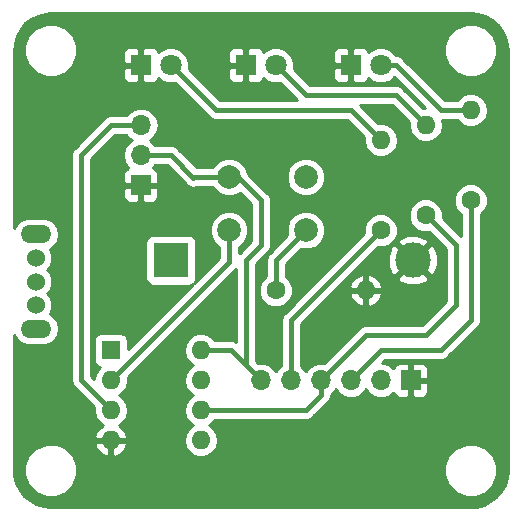
<source format=gbr>
G04 #@! TF.GenerationSoftware,KiCad,Pcbnew,5.0.0-fee4fd1~66~ubuntu18.04.1*
G04 #@! TF.CreationDate,2018-09-29T20:43:11+02:00*
G04 #@! TF.ProjectId,attinyReflexos,617474696E795265666C65786F732E6B,rev?*
G04 #@! TF.SameCoordinates,Original*
G04 #@! TF.FileFunction,Copper,L1,Top,Signal*
G04 #@! TF.FilePolarity,Positive*
%FSLAX46Y46*%
G04 Gerber Fmt 4.6, Leading zero omitted, Abs format (unit mm)*
G04 Created by KiCad (PCBNEW 5.0.0-fee4fd1~66~ubuntu18.04.1) date Sat Sep 29 20:43:11 2018*
%MOMM*%
%LPD*%
G01*
G04 APERTURE LIST*
G04 #@! TA.AperFunction,ComponentPad*
%ADD10C,3.000000*%
G04 #@! TD*
G04 #@! TA.AperFunction,ComponentPad*
%ADD11R,3.000000X3.000000*%
G04 #@! TD*
G04 #@! TA.AperFunction,ComponentPad*
%ADD12C,1.524000*%
G04 #@! TD*
G04 #@! TA.AperFunction,ComponentPad*
%ADD13O,2.600000X1.524000*%
G04 #@! TD*
G04 #@! TA.AperFunction,ComponentPad*
%ADD14R,1.600000X1.600000*%
G04 #@! TD*
G04 #@! TA.AperFunction,ComponentPad*
%ADD15O,1.600000X1.600000*%
G04 #@! TD*
G04 #@! TA.AperFunction,ComponentPad*
%ADD16R,1.700000X1.700000*%
G04 #@! TD*
G04 #@! TA.AperFunction,ComponentPad*
%ADD17O,1.700000X1.700000*%
G04 #@! TD*
G04 #@! TA.AperFunction,ComponentPad*
%ADD18C,1.600000*%
G04 #@! TD*
G04 #@! TA.AperFunction,ComponentPad*
%ADD19C,2.000000*%
G04 #@! TD*
G04 #@! TA.AperFunction,ComponentPad*
%ADD20R,1.800000X1.800000*%
G04 #@! TD*
G04 #@! TA.AperFunction,ComponentPad*
%ADD21C,1.800000*%
G04 #@! TD*
G04 #@! TA.AperFunction,Conductor*
%ADD22C,0.400000*%
G04 #@! TD*
G04 #@! TA.AperFunction,Conductor*
%ADD23C,0.254000*%
G04 #@! TD*
G04 APERTURE END LIST*
D10*
G04 #@! TO.P,BT1,2*
G04 #@! TO.N,GND*
X169080000Y-111760000D03*
D11*
G04 #@! TO.P,BT1,1*
G04 #@! TO.N,Net-(BT1-Pad1)*
X148590000Y-111760000D03*
G04 #@! TD*
D12*
G04 #@! TO.P,SW2,1*
G04 #@! TO.N,VCC*
X137160000Y-115570000D03*
G04 #@! TO.P,SW2,2*
G04 #@! TO.N,Net-(BT1-Pad1)*
X137160000Y-113570000D03*
G04 #@! TO.P,SW2,3*
G04 #@! TO.N,N/C*
X137160000Y-111570000D03*
D13*
G04 #@! TO.P,SW2,4*
X137160000Y-117570000D03*
G04 #@! TO.P,SW2,5*
X137160000Y-109570000D03*
G04 #@! TD*
D14*
G04 #@! TO.P,U1,1*
G04 #@! TO.N,Net-(J1-Pad2)*
X143510000Y-119380000D03*
D15*
G04 #@! TO.P,U1,5*
G04 #@! TO.N,Net-(J1-Pad3)*
X151130000Y-127000000D03*
G04 #@! TO.P,U1,2*
G04 #@! TO.N,Net-(R1-Pad1)*
X143510000Y-121920000D03*
G04 #@! TO.P,U1,6*
G04 #@! TO.N,Net-(J1-Pad4)*
X151130000Y-124460000D03*
G04 #@! TO.P,U1,3*
G04 #@! TO.N,Net-(J2-Pad3)*
X143510000Y-124460000D03*
G04 #@! TO.P,U1,7*
G04 #@! TO.N,Net-(J1-Pad5)*
X151130000Y-121920000D03*
G04 #@! TO.P,U1,4*
G04 #@! TO.N,GND*
X143510000Y-127000000D03*
G04 #@! TO.P,U1,8*
G04 #@! TO.N,VCC*
X151130000Y-119380000D03*
G04 #@! TD*
D16*
G04 #@! TO.P,J1,1*
G04 #@! TO.N,GND*
X168910000Y-121920000D03*
D17*
G04 #@! TO.P,J1,2*
G04 #@! TO.N,Net-(J1-Pad2)*
X166370000Y-121920000D03*
G04 #@! TO.P,J1,3*
G04 #@! TO.N,Net-(J1-Pad3)*
X163830000Y-121920000D03*
G04 #@! TO.P,J1,4*
G04 #@! TO.N,Net-(J1-Pad4)*
X161290000Y-121920000D03*
G04 #@! TO.P,J1,5*
G04 #@! TO.N,Net-(J1-Pad5)*
X158750000Y-121920000D03*
G04 #@! TO.P,J1,6*
G04 #@! TO.N,VCC*
X156210000Y-121920000D03*
G04 #@! TD*
D16*
G04 #@! TO.P,J2,1*
G04 #@! TO.N,GND*
X146050000Y-105410000D03*
D17*
G04 #@! TO.P,J2,2*
G04 #@! TO.N,VCC*
X146050000Y-102870000D03*
G04 #@! TO.P,J2,3*
G04 #@! TO.N,Net-(J2-Pad3)*
X146050000Y-100330000D03*
G04 #@! TD*
D18*
G04 #@! TO.P,R1,1*
G04 #@! TO.N,Net-(R1-Pad1)*
X157480000Y-114300000D03*
D15*
G04 #@! TO.P,R1,2*
G04 #@! TO.N,GND*
X165100000Y-114300000D03*
G04 #@! TD*
D18*
G04 #@! TO.P,R2,1*
G04 #@! TO.N,Net-(J1-Pad3)*
X173990000Y-106680000D03*
D15*
G04 #@! TO.P,R2,2*
G04 #@! TO.N,Net-(D1-Pad2)*
X173990000Y-99060000D03*
G04 #@! TD*
D18*
G04 #@! TO.P,R3,1*
G04 #@! TO.N,Net-(J1-Pad4)*
X170180000Y-107950000D03*
D15*
G04 #@! TO.P,R3,2*
G04 #@! TO.N,Net-(D2-Pad2)*
X170180000Y-100330000D03*
G04 #@! TD*
D18*
G04 #@! TO.P,R4,1*
G04 #@! TO.N,Net-(J1-Pad5)*
X166370000Y-109220000D03*
D15*
G04 #@! TO.P,R4,2*
G04 #@! TO.N,Net-(D3-Pad2)*
X166370000Y-101600000D03*
G04 #@! TD*
D19*
G04 #@! TO.P,SW1,2*
G04 #@! TO.N,VCC*
X160020000Y-104720000D03*
G04 #@! TO.P,SW1,1*
G04 #@! TO.N,Net-(R1-Pad1)*
X160020000Y-109220000D03*
G04 #@! TO.P,SW1,2*
G04 #@! TO.N,VCC*
X153520000Y-104720000D03*
G04 #@! TO.P,SW1,1*
G04 #@! TO.N,Net-(R1-Pad1)*
X153520000Y-109220000D03*
G04 #@! TD*
D20*
G04 #@! TO.P,D1,1*
G04 #@! TO.N,GND*
X163830000Y-95250000D03*
D21*
G04 #@! TO.P,D1,2*
G04 #@! TO.N,Net-(D1-Pad2)*
X166370000Y-95250000D03*
G04 #@! TD*
D20*
G04 #@! TO.P,D2,1*
G04 #@! TO.N,GND*
X154940000Y-95250000D03*
D21*
G04 #@! TO.P,D2,2*
G04 #@! TO.N,Net-(D2-Pad2)*
X157480000Y-95250000D03*
G04 #@! TD*
D20*
G04 #@! TO.P,D3,1*
G04 #@! TO.N,GND*
X146050000Y-95250000D03*
D21*
G04 #@! TO.P,D3,2*
G04 #@! TO.N,Net-(D3-Pad2)*
X148590000Y-95250000D03*
G04 #@! TD*
D22*
G04 #@! TO.N,VCC*
X153520000Y-104720000D02*
X150495000Y-104720000D01*
X156210000Y-106680000D02*
X154250000Y-104720000D01*
X156210000Y-110490000D02*
X156210000Y-106680000D01*
X154940000Y-111760000D02*
X156210000Y-110490000D01*
X154250000Y-104720000D02*
X153520000Y-104720000D01*
X154940000Y-120650000D02*
X154940000Y-111760000D01*
X150495000Y-104720000D02*
X150550000Y-104720000D01*
X150495000Y-104775000D02*
X150495000Y-104720000D01*
X156210000Y-121920000D02*
X154940000Y-120650000D01*
X148590000Y-102870000D02*
X150495000Y-104775000D01*
X146050000Y-102870000D02*
X148590000Y-102870000D01*
X153670000Y-119380000D02*
X154940000Y-120650000D01*
X153670000Y-119380000D02*
X151130000Y-119380000D01*
G04 #@! TO.N,Net-(D1-Pad2)*
X173990000Y-99060000D02*
X171450000Y-99060000D01*
X171450000Y-99060000D02*
X167640000Y-95250000D01*
X167640000Y-95250000D02*
X166370000Y-95250000D01*
G04 #@! TO.N,Net-(D2-Pad2)*
X170180000Y-100330000D02*
X167640000Y-97790000D01*
X160020000Y-97790000D02*
X157480000Y-95250000D01*
X167640000Y-97790000D02*
X160020000Y-97790000D01*
G04 #@! TO.N,Net-(D3-Pad2)*
X166370000Y-101600000D02*
X163830000Y-99060000D01*
X152400000Y-99060000D02*
X148590000Y-95250000D01*
X163830000Y-99060000D02*
X152400000Y-99060000D01*
G04 #@! TO.N,Net-(J1-Pad3)*
X163830000Y-121920000D02*
X166370000Y-119380000D01*
X166370000Y-119380000D02*
X171450000Y-119380000D01*
X171450000Y-119380000D02*
X173990000Y-116840000D01*
X173990000Y-116840000D02*
X173990000Y-106680000D01*
G04 #@! TO.N,Net-(J1-Pad4)*
X161290000Y-121920000D02*
X165100000Y-118110000D01*
X172720000Y-110490000D02*
X170180000Y-107950000D01*
X172720000Y-115570000D02*
X172720000Y-110490000D01*
X170180000Y-118110000D02*
X172720000Y-115570000D01*
X165100000Y-118110000D02*
X170180000Y-118110000D01*
X161290000Y-121920000D02*
X161290000Y-123190000D01*
X161290000Y-123190000D02*
X160020000Y-124460000D01*
X160020000Y-124460000D02*
X151130000Y-124460000D01*
G04 #@! TO.N,Net-(J1-Pad5)*
X158750000Y-121920000D02*
X158750000Y-116840000D01*
X158750000Y-116840000D02*
X166370000Y-109220000D01*
G04 #@! TO.N,Net-(R1-Pad1)*
X157480000Y-114300000D02*
X157480000Y-111760000D01*
X157480000Y-111760000D02*
X160020000Y-109220000D01*
X153520000Y-111910000D02*
X143510000Y-121920000D01*
X153520000Y-109220000D02*
X153520000Y-111910000D01*
G04 #@! TO.N,Net-(J2-Pad3)*
X146050000Y-100330000D02*
X143510000Y-100330000D01*
X143510000Y-100330000D02*
X140970000Y-102870000D01*
X140970000Y-121920000D02*
X143510000Y-124460000D01*
X140970000Y-102870000D02*
X140970000Y-121920000D01*
G04 #@! TD*
D23*
G04 #@! TO.N,GND*
G36*
X174617657Y-90922279D02*
X175219683Y-91110943D01*
X175771470Y-91416804D01*
X176250486Y-91827371D01*
X176637159Y-92325868D01*
X176915702Y-92891940D01*
X177076859Y-93510634D01*
X177115001Y-94006327D01*
X177115000Y-129505303D01*
X177047721Y-130167657D01*
X176859057Y-130769683D01*
X176553197Y-131321468D01*
X176142632Y-131800483D01*
X175644132Y-132187160D01*
X175078059Y-132465702D01*
X174459367Y-132626859D01*
X173963686Y-132665000D01*
X138464697Y-132665000D01*
X137802343Y-132597721D01*
X137200317Y-132409057D01*
X136648532Y-132103197D01*
X136169517Y-131692632D01*
X135782840Y-131194132D01*
X135504298Y-130628059D01*
X135343141Y-130009367D01*
X135305000Y-129513686D01*
X135305000Y-129095431D01*
X136195000Y-129095431D01*
X136195000Y-129984569D01*
X136535259Y-130806026D01*
X137163974Y-131434741D01*
X137985431Y-131775000D01*
X138874569Y-131775000D01*
X139696026Y-131434741D01*
X140324741Y-130806026D01*
X140665000Y-129984569D01*
X140665000Y-129095431D01*
X171755000Y-129095431D01*
X171755000Y-129984569D01*
X172095259Y-130806026D01*
X172723974Y-131434741D01*
X173545431Y-131775000D01*
X174434569Y-131775000D01*
X175256026Y-131434741D01*
X175884741Y-130806026D01*
X176225000Y-129984569D01*
X176225000Y-129095431D01*
X175884741Y-128273974D01*
X175256026Y-127645259D01*
X174434569Y-127305000D01*
X173545431Y-127305000D01*
X172723974Y-127645259D01*
X172095259Y-128273974D01*
X171755000Y-129095431D01*
X140665000Y-129095431D01*
X140324741Y-128273974D01*
X139696026Y-127645259D01*
X138980889Y-127349039D01*
X142118096Y-127349039D01*
X142278959Y-127737423D01*
X142654866Y-128152389D01*
X143160959Y-128391914D01*
X143383000Y-128270629D01*
X143383000Y-127127000D01*
X143637000Y-127127000D01*
X143637000Y-128270629D01*
X143859041Y-128391914D01*
X144365134Y-128152389D01*
X144741041Y-127737423D01*
X144901904Y-127349039D01*
X144779915Y-127127000D01*
X143637000Y-127127000D01*
X143383000Y-127127000D01*
X142240085Y-127127000D01*
X142118096Y-127349039D01*
X138980889Y-127349039D01*
X138874569Y-127305000D01*
X137985431Y-127305000D01*
X137163974Y-127645259D01*
X136535259Y-128273974D01*
X136195000Y-129095431D01*
X135305000Y-129095431D01*
X135305000Y-118109773D01*
X135306056Y-118115082D01*
X135614820Y-118577180D01*
X136076918Y-118885944D01*
X136484412Y-118967000D01*
X137835588Y-118967000D01*
X138243082Y-118885944D01*
X138705180Y-118577180D01*
X139013944Y-118115082D01*
X139122368Y-117570000D01*
X139013944Y-117024918D01*
X138705180Y-116562820D01*
X138357179Y-116330293D01*
X138557000Y-115847881D01*
X138557000Y-115292119D01*
X138344320Y-114778663D01*
X138135657Y-114570000D01*
X138344320Y-114361337D01*
X138557000Y-113847881D01*
X138557000Y-113292119D01*
X138344320Y-112778663D01*
X138135657Y-112570000D01*
X138344320Y-112361337D01*
X138557000Y-111847881D01*
X138557000Y-111292119D01*
X138357179Y-110809707D01*
X138705180Y-110577180D01*
X139013944Y-110115082D01*
X139122368Y-109570000D01*
X139013944Y-109024918D01*
X138705180Y-108562820D01*
X138243082Y-108254056D01*
X137835588Y-108173000D01*
X136484412Y-108173000D01*
X136076918Y-108254056D01*
X135614820Y-108562820D01*
X135306056Y-109024918D01*
X135305000Y-109030227D01*
X135305000Y-102870000D01*
X140118643Y-102870000D01*
X140135000Y-102952233D01*
X140135001Y-121837762D01*
X140118643Y-121920000D01*
X140183448Y-122245800D01*
X140183449Y-122245801D01*
X140368000Y-122522001D01*
X140437718Y-122568585D01*
X142093714Y-124224583D01*
X142046887Y-124460000D01*
X142158260Y-125019909D01*
X142475423Y-125494577D01*
X142859108Y-125750947D01*
X142654866Y-125847611D01*
X142278959Y-126262577D01*
X142118096Y-126650961D01*
X142240085Y-126873000D01*
X143383000Y-126873000D01*
X143383000Y-126853000D01*
X143637000Y-126853000D01*
X143637000Y-126873000D01*
X144779915Y-126873000D01*
X144901904Y-126650961D01*
X144741041Y-126262577D01*
X144365134Y-125847611D01*
X144160892Y-125750947D01*
X144544577Y-125494577D01*
X144861740Y-125019909D01*
X144973113Y-124460000D01*
X144861740Y-123900091D01*
X144544577Y-123425423D01*
X144192242Y-123190000D01*
X144544577Y-122954577D01*
X144861740Y-122479909D01*
X144973113Y-121920000D01*
X144926285Y-121684582D01*
X154052283Y-112558585D01*
X154105001Y-112523360D01*
X154105000Y-118666413D01*
X153995801Y-118593448D01*
X153752237Y-118545000D01*
X153752233Y-118545000D01*
X153670000Y-118528643D01*
X153587767Y-118545000D01*
X152297930Y-118545000D01*
X152164577Y-118345423D01*
X151689909Y-118028260D01*
X151271333Y-117945000D01*
X150988667Y-117945000D01*
X150570091Y-118028260D01*
X150095423Y-118345423D01*
X149778260Y-118820091D01*
X149666887Y-119380000D01*
X149778260Y-119939909D01*
X150095423Y-120414577D01*
X150447758Y-120650000D01*
X150095423Y-120885423D01*
X149778260Y-121360091D01*
X149666887Y-121920000D01*
X149778260Y-122479909D01*
X150095423Y-122954577D01*
X150447758Y-123190000D01*
X150095423Y-123425423D01*
X149778260Y-123900091D01*
X149666887Y-124460000D01*
X149778260Y-125019909D01*
X150095423Y-125494577D01*
X150447758Y-125730000D01*
X150095423Y-125965423D01*
X149778260Y-126440091D01*
X149666887Y-127000000D01*
X149778260Y-127559909D01*
X150095423Y-128034577D01*
X150570091Y-128351740D01*
X150988667Y-128435000D01*
X151271333Y-128435000D01*
X151689909Y-128351740D01*
X152164577Y-128034577D01*
X152481740Y-127559909D01*
X152593113Y-127000000D01*
X152481740Y-126440091D01*
X152164577Y-125965423D01*
X151812242Y-125730000D01*
X152164577Y-125494577D01*
X152297930Y-125295000D01*
X159937767Y-125295000D01*
X160020000Y-125311357D01*
X160102233Y-125295000D01*
X160102237Y-125295000D01*
X160345801Y-125246552D01*
X160622001Y-125062001D01*
X160668587Y-124992280D01*
X161822282Y-123838585D01*
X161892001Y-123792001D01*
X162076552Y-123515801D01*
X162125000Y-123272237D01*
X162125000Y-123272234D01*
X162141357Y-123190001D01*
X162132075Y-123143337D01*
X162360625Y-122990625D01*
X162560000Y-122692239D01*
X162759375Y-122990625D01*
X163250582Y-123318839D01*
X163683744Y-123405000D01*
X163976256Y-123405000D01*
X164409418Y-123318839D01*
X164900625Y-122990625D01*
X165100000Y-122692239D01*
X165299375Y-122990625D01*
X165790582Y-123318839D01*
X166223744Y-123405000D01*
X166516256Y-123405000D01*
X166949418Y-123318839D01*
X167440625Y-122990625D01*
X167455096Y-122968967D01*
X167521673Y-123129698D01*
X167700301Y-123308327D01*
X167933690Y-123405000D01*
X168624250Y-123405000D01*
X168783000Y-123246250D01*
X168783000Y-122047000D01*
X169037000Y-122047000D01*
X169037000Y-123246250D01*
X169195750Y-123405000D01*
X169886310Y-123405000D01*
X170119699Y-123308327D01*
X170298327Y-123129698D01*
X170395000Y-122896309D01*
X170395000Y-122205750D01*
X170236250Y-122047000D01*
X169037000Y-122047000D01*
X168783000Y-122047000D01*
X168763000Y-122047000D01*
X168763000Y-121793000D01*
X168783000Y-121793000D01*
X168783000Y-120593750D01*
X169037000Y-120593750D01*
X169037000Y-121793000D01*
X170236250Y-121793000D01*
X170395000Y-121634250D01*
X170395000Y-120943691D01*
X170298327Y-120710302D01*
X170119699Y-120531673D01*
X169886310Y-120435000D01*
X169195750Y-120435000D01*
X169037000Y-120593750D01*
X168783000Y-120593750D01*
X168624250Y-120435000D01*
X167933690Y-120435000D01*
X167700301Y-120531673D01*
X167521673Y-120710302D01*
X167455096Y-120871033D01*
X167440625Y-120849375D01*
X166949418Y-120521161D01*
X166516256Y-120435000D01*
X166495869Y-120435000D01*
X166715869Y-120215000D01*
X171367767Y-120215000D01*
X171450000Y-120231357D01*
X171532233Y-120215000D01*
X171532237Y-120215000D01*
X171775801Y-120166552D01*
X172052001Y-119982001D01*
X172098587Y-119912280D01*
X174522286Y-117488583D01*
X174592001Y-117442001D01*
X174776552Y-117165801D01*
X174825000Y-116922237D01*
X174825000Y-116922234D01*
X174841357Y-116840001D01*
X174825000Y-116757768D01*
X174825000Y-107874396D01*
X175206534Y-107492862D01*
X175425000Y-106965439D01*
X175425000Y-106394561D01*
X175206534Y-105867138D01*
X174802862Y-105463466D01*
X174275439Y-105245000D01*
X173704561Y-105245000D01*
X173177138Y-105463466D01*
X172773466Y-105867138D01*
X172555000Y-106394561D01*
X172555000Y-106965439D01*
X172773466Y-107492862D01*
X173155001Y-107874397D01*
X173155001Y-109744132D01*
X171615000Y-108204132D01*
X171615000Y-107664561D01*
X171396534Y-107137138D01*
X170992862Y-106733466D01*
X170465439Y-106515000D01*
X169894561Y-106515000D01*
X169367138Y-106733466D01*
X168963466Y-107137138D01*
X168745000Y-107664561D01*
X168745000Y-108235439D01*
X168963466Y-108762862D01*
X169367138Y-109166534D01*
X169894561Y-109385000D01*
X170434132Y-109385000D01*
X171885001Y-110835870D01*
X171885000Y-115224131D01*
X169834133Y-117275000D01*
X165182237Y-117275000D01*
X165100000Y-117258642D01*
X165017763Y-117275000D01*
X164774199Y-117323448D01*
X164497999Y-117507999D01*
X164451415Y-117577717D01*
X161567939Y-120461193D01*
X161436256Y-120435000D01*
X161143744Y-120435000D01*
X160710582Y-120521161D01*
X160219375Y-120849375D01*
X160020000Y-121147761D01*
X159820625Y-120849375D01*
X159585000Y-120691935D01*
X159585000Y-117185867D01*
X162121828Y-114649039D01*
X163708096Y-114649039D01*
X163868959Y-115037423D01*
X164244866Y-115452389D01*
X164750959Y-115691914D01*
X164973000Y-115570629D01*
X164973000Y-114427000D01*
X165227000Y-114427000D01*
X165227000Y-115570629D01*
X165449041Y-115691914D01*
X165955134Y-115452389D01*
X166331041Y-115037423D01*
X166491904Y-114649039D01*
X166369915Y-114427000D01*
X165227000Y-114427000D01*
X164973000Y-114427000D01*
X163830085Y-114427000D01*
X163708096Y-114649039D01*
X162121828Y-114649039D01*
X162819906Y-113950961D01*
X163708096Y-113950961D01*
X163830085Y-114173000D01*
X164973000Y-114173000D01*
X164973000Y-113029371D01*
X165227000Y-113029371D01*
X165227000Y-114173000D01*
X166369915Y-114173000D01*
X166491904Y-113950961D01*
X166331041Y-113562577D01*
X166069600Y-113273970D01*
X167745635Y-113273970D01*
X167905418Y-113592739D01*
X168696187Y-113902723D01*
X169545387Y-113886497D01*
X170254582Y-113592739D01*
X170414365Y-113273970D01*
X169080000Y-111939605D01*
X167745635Y-113273970D01*
X166069600Y-113273970D01*
X165955134Y-113147611D01*
X165449041Y-112908086D01*
X165227000Y-113029371D01*
X164973000Y-113029371D01*
X164750959Y-112908086D01*
X164244866Y-113147611D01*
X163868959Y-113562577D01*
X163708096Y-113950961D01*
X162819906Y-113950961D01*
X165394681Y-111376187D01*
X166937277Y-111376187D01*
X166953503Y-112225387D01*
X167247261Y-112934582D01*
X167566030Y-113094365D01*
X168900395Y-111760000D01*
X169259605Y-111760000D01*
X170593970Y-113094365D01*
X170912739Y-112934582D01*
X171222723Y-112143813D01*
X171206497Y-111294613D01*
X170912739Y-110585418D01*
X170593970Y-110425635D01*
X169259605Y-111760000D01*
X168900395Y-111760000D01*
X167566030Y-110425635D01*
X167247261Y-110585418D01*
X166937277Y-111376187D01*
X165394681Y-111376187D01*
X166115869Y-110655000D01*
X166655439Y-110655000D01*
X167182862Y-110436534D01*
X167373366Y-110246030D01*
X167745635Y-110246030D01*
X169080000Y-111580395D01*
X170414365Y-110246030D01*
X170254582Y-109927261D01*
X169463813Y-109617277D01*
X168614613Y-109633503D01*
X167905418Y-109927261D01*
X167745635Y-110246030D01*
X167373366Y-110246030D01*
X167586534Y-110032862D01*
X167805000Y-109505439D01*
X167805000Y-108934561D01*
X167586534Y-108407138D01*
X167182862Y-108003466D01*
X166655439Y-107785000D01*
X166084561Y-107785000D01*
X165557138Y-108003466D01*
X165153466Y-108407138D01*
X164935000Y-108934561D01*
X164935000Y-109474131D01*
X158217718Y-116191415D01*
X158148000Y-116237999D01*
X158101416Y-116307717D01*
X157963448Y-116514200D01*
X157898643Y-116840000D01*
X157915001Y-116922236D01*
X157915000Y-120691935D01*
X157679375Y-120849375D01*
X157480000Y-121147761D01*
X157280625Y-120849375D01*
X156789418Y-120521161D01*
X156356256Y-120435000D01*
X156063744Y-120435000D01*
X155932061Y-120461193D01*
X155775000Y-120304133D01*
X155775000Y-114014561D01*
X156045000Y-114014561D01*
X156045000Y-114585439D01*
X156263466Y-115112862D01*
X156667138Y-115516534D01*
X157194561Y-115735000D01*
X157765439Y-115735000D01*
X158292862Y-115516534D01*
X158696534Y-115112862D01*
X158915000Y-114585439D01*
X158915000Y-114014561D01*
X158696534Y-113487138D01*
X158315000Y-113105604D01*
X158315000Y-112105867D01*
X159603625Y-110817243D01*
X159694778Y-110855000D01*
X160345222Y-110855000D01*
X160946153Y-110606086D01*
X161406086Y-110146153D01*
X161655000Y-109545222D01*
X161655000Y-108894778D01*
X161406086Y-108293847D01*
X160946153Y-107833914D01*
X160345222Y-107585000D01*
X159694778Y-107585000D01*
X159093847Y-107833914D01*
X158633914Y-108293847D01*
X158385000Y-108894778D01*
X158385000Y-109545222D01*
X158422757Y-109636375D01*
X156947718Y-111111415D01*
X156878000Y-111157999D01*
X156831416Y-111227717D01*
X156693448Y-111434200D01*
X156628643Y-111760000D01*
X156645001Y-111842238D01*
X156645000Y-113105604D01*
X156263466Y-113487138D01*
X156045000Y-114014561D01*
X155775000Y-114014561D01*
X155775000Y-112105867D01*
X156742284Y-111138584D01*
X156812001Y-111092001D01*
X156996552Y-110815801D01*
X157045000Y-110572237D01*
X157045000Y-110572234D01*
X157061357Y-110490001D01*
X157045000Y-110407768D01*
X157045000Y-106762237D01*
X157061358Y-106680000D01*
X157028537Y-106515000D01*
X156996552Y-106354199D01*
X156812001Y-106077999D01*
X156742283Y-106031415D01*
X155155000Y-104444133D01*
X155155000Y-104394778D01*
X158385000Y-104394778D01*
X158385000Y-105045222D01*
X158633914Y-105646153D01*
X159093847Y-106106086D01*
X159694778Y-106355000D01*
X160345222Y-106355000D01*
X160946153Y-106106086D01*
X161406086Y-105646153D01*
X161655000Y-105045222D01*
X161655000Y-104394778D01*
X161406086Y-103793847D01*
X160946153Y-103333914D01*
X160345222Y-103085000D01*
X159694778Y-103085000D01*
X159093847Y-103333914D01*
X158633914Y-103793847D01*
X158385000Y-104394778D01*
X155155000Y-104394778D01*
X154906086Y-103793847D01*
X154446153Y-103333914D01*
X153845222Y-103085000D01*
X153194778Y-103085000D01*
X152593847Y-103333914D01*
X152133914Y-103793847D01*
X152096157Y-103885000D01*
X150785868Y-103885000D01*
X149238587Y-102337720D01*
X149192001Y-102267999D01*
X148915801Y-102083448D01*
X148672237Y-102035000D01*
X148672233Y-102035000D01*
X148590000Y-102018643D01*
X148507767Y-102035000D01*
X147278065Y-102035000D01*
X147120625Y-101799375D01*
X146822239Y-101600000D01*
X147120625Y-101400625D01*
X147448839Y-100909418D01*
X147564092Y-100330000D01*
X147448839Y-99750582D01*
X147120625Y-99259375D01*
X146629418Y-98931161D01*
X146196256Y-98845000D01*
X145903744Y-98845000D01*
X145470582Y-98931161D01*
X144979375Y-99259375D01*
X144821935Y-99495000D01*
X143592232Y-99495000D01*
X143509999Y-99478643D01*
X143427766Y-99495000D01*
X143427763Y-99495000D01*
X143184199Y-99543448D01*
X142907999Y-99727999D01*
X142861417Y-99797715D01*
X140437720Y-102221413D01*
X140367999Y-102267999D01*
X140183448Y-102544200D01*
X140135000Y-102787764D01*
X140135000Y-102787767D01*
X140118643Y-102870000D01*
X135305000Y-102870000D01*
X135305000Y-94014697D01*
X135353681Y-93535431D01*
X136195000Y-93535431D01*
X136195000Y-94424569D01*
X136535259Y-95246026D01*
X137163974Y-95874741D01*
X137985431Y-96215000D01*
X138874569Y-96215000D01*
X139696026Y-95874741D01*
X140035017Y-95535750D01*
X144515000Y-95535750D01*
X144515000Y-96276310D01*
X144611673Y-96509699D01*
X144790302Y-96688327D01*
X145023691Y-96785000D01*
X145764250Y-96785000D01*
X145923000Y-96626250D01*
X145923000Y-95377000D01*
X144673750Y-95377000D01*
X144515000Y-95535750D01*
X140035017Y-95535750D01*
X140324741Y-95246026D01*
X140665000Y-94424569D01*
X140665000Y-94223690D01*
X144515000Y-94223690D01*
X144515000Y-94964250D01*
X144673750Y-95123000D01*
X145923000Y-95123000D01*
X145923000Y-93873750D01*
X146177000Y-93873750D01*
X146177000Y-95123000D01*
X146197000Y-95123000D01*
X146197000Y-95377000D01*
X146177000Y-95377000D01*
X146177000Y-96626250D01*
X146335750Y-96785000D01*
X147076309Y-96785000D01*
X147309698Y-96688327D01*
X147488327Y-96509699D01*
X147544139Y-96374956D01*
X147720493Y-96551310D01*
X148284670Y-96785000D01*
X148895330Y-96785000D01*
X148929839Y-96770706D01*
X151751415Y-99592283D01*
X151797999Y-99662001D01*
X152074199Y-99846552D01*
X152317763Y-99895000D01*
X152400000Y-99911358D01*
X152482237Y-99895000D01*
X163484133Y-99895000D01*
X164953714Y-101364583D01*
X164906887Y-101600000D01*
X165018260Y-102159909D01*
X165335423Y-102634577D01*
X165810091Y-102951740D01*
X166228667Y-103035000D01*
X166511333Y-103035000D01*
X166929909Y-102951740D01*
X167404577Y-102634577D01*
X167721740Y-102159909D01*
X167833113Y-101600000D01*
X167721740Y-101040091D01*
X167404577Y-100565423D01*
X166929909Y-100248260D01*
X166511333Y-100165000D01*
X166228667Y-100165000D01*
X166134583Y-100183715D01*
X164575867Y-98625000D01*
X167294133Y-98625000D01*
X168763714Y-100094583D01*
X168716887Y-100330000D01*
X168828260Y-100889909D01*
X169145423Y-101364577D01*
X169620091Y-101681740D01*
X170038667Y-101765000D01*
X170321333Y-101765000D01*
X170739909Y-101681740D01*
X171214577Y-101364577D01*
X171531740Y-100889909D01*
X171643113Y-100330000D01*
X171556586Y-99895000D01*
X172822070Y-99895000D01*
X172955423Y-100094577D01*
X173430091Y-100411740D01*
X173848667Y-100495000D01*
X174131333Y-100495000D01*
X174549909Y-100411740D01*
X175024577Y-100094577D01*
X175341740Y-99619909D01*
X175453113Y-99060000D01*
X175341740Y-98500091D01*
X175024577Y-98025423D01*
X174549909Y-97708260D01*
X174131333Y-97625000D01*
X173848667Y-97625000D01*
X173430091Y-97708260D01*
X172955423Y-98025423D01*
X172822070Y-98225000D01*
X171795868Y-98225000D01*
X168288587Y-94717720D01*
X168242001Y-94647999D01*
X167965801Y-94463448D01*
X167722237Y-94415000D01*
X167722233Y-94415000D01*
X167682314Y-94407060D01*
X167671310Y-94380493D01*
X167239507Y-93948690D01*
X166675330Y-93715000D01*
X166064670Y-93715000D01*
X165500493Y-93948690D01*
X165324139Y-94125044D01*
X165268327Y-93990301D01*
X165089698Y-93811673D01*
X164856309Y-93715000D01*
X164115750Y-93715000D01*
X163957000Y-93873750D01*
X163957000Y-95123000D01*
X163977000Y-95123000D01*
X163977000Y-95377000D01*
X163957000Y-95377000D01*
X163957000Y-96626250D01*
X164115750Y-96785000D01*
X164856309Y-96785000D01*
X165089698Y-96688327D01*
X165268327Y-96509699D01*
X165324139Y-96374956D01*
X165500493Y-96551310D01*
X166064670Y-96785000D01*
X166675330Y-96785000D01*
X167239507Y-96551310D01*
X167499975Y-96290842D01*
X170104132Y-98895000D01*
X170038667Y-98895000D01*
X169944583Y-98913715D01*
X168288587Y-97257720D01*
X168242001Y-97187999D01*
X167965801Y-97003448D01*
X167722237Y-96955000D01*
X167722233Y-96955000D01*
X167640000Y-96938643D01*
X167557767Y-96955000D01*
X160365869Y-96955000D01*
X159000706Y-95589838D01*
X159015000Y-95555330D01*
X159015000Y-95535750D01*
X162295000Y-95535750D01*
X162295000Y-96276310D01*
X162391673Y-96509699D01*
X162570302Y-96688327D01*
X162803691Y-96785000D01*
X163544250Y-96785000D01*
X163703000Y-96626250D01*
X163703000Y-95377000D01*
X162453750Y-95377000D01*
X162295000Y-95535750D01*
X159015000Y-95535750D01*
X159015000Y-94944670D01*
X158781310Y-94380493D01*
X158624507Y-94223690D01*
X162295000Y-94223690D01*
X162295000Y-94964250D01*
X162453750Y-95123000D01*
X163703000Y-95123000D01*
X163703000Y-93873750D01*
X163544250Y-93715000D01*
X162803691Y-93715000D01*
X162570302Y-93811673D01*
X162391673Y-93990301D01*
X162295000Y-94223690D01*
X158624507Y-94223690D01*
X158349507Y-93948690D01*
X157785330Y-93715000D01*
X157174670Y-93715000D01*
X156610493Y-93948690D01*
X156434139Y-94125044D01*
X156378327Y-93990301D01*
X156199698Y-93811673D01*
X155966309Y-93715000D01*
X155225750Y-93715000D01*
X155067000Y-93873750D01*
X155067000Y-95123000D01*
X155087000Y-95123000D01*
X155087000Y-95377000D01*
X155067000Y-95377000D01*
X155067000Y-96626250D01*
X155225750Y-96785000D01*
X155966309Y-96785000D01*
X156199698Y-96688327D01*
X156378327Y-96509699D01*
X156434139Y-96374956D01*
X156610493Y-96551310D01*
X157174670Y-96785000D01*
X157785330Y-96785000D01*
X157819838Y-96770706D01*
X159274131Y-98225000D01*
X152745868Y-98225000D01*
X150110706Y-95589839D01*
X150125000Y-95555330D01*
X150125000Y-95535750D01*
X153405000Y-95535750D01*
X153405000Y-96276310D01*
X153501673Y-96509699D01*
X153680302Y-96688327D01*
X153913691Y-96785000D01*
X154654250Y-96785000D01*
X154813000Y-96626250D01*
X154813000Y-95377000D01*
X153563750Y-95377000D01*
X153405000Y-95535750D01*
X150125000Y-95535750D01*
X150125000Y-94944670D01*
X149891310Y-94380493D01*
X149734507Y-94223690D01*
X153405000Y-94223690D01*
X153405000Y-94964250D01*
X153563750Y-95123000D01*
X154813000Y-95123000D01*
X154813000Y-93873750D01*
X154654250Y-93715000D01*
X153913691Y-93715000D01*
X153680302Y-93811673D01*
X153501673Y-93990301D01*
X153405000Y-94223690D01*
X149734507Y-94223690D01*
X149459507Y-93948690D01*
X148895330Y-93715000D01*
X148284670Y-93715000D01*
X147720493Y-93948690D01*
X147544139Y-94125044D01*
X147488327Y-93990301D01*
X147309698Y-93811673D01*
X147076309Y-93715000D01*
X146335750Y-93715000D01*
X146177000Y-93873750D01*
X145923000Y-93873750D01*
X145764250Y-93715000D01*
X145023691Y-93715000D01*
X144790302Y-93811673D01*
X144611673Y-93990301D01*
X144515000Y-94223690D01*
X140665000Y-94223690D01*
X140665000Y-93535431D01*
X171755000Y-93535431D01*
X171755000Y-94424569D01*
X172095259Y-95246026D01*
X172723974Y-95874741D01*
X173545431Y-96215000D01*
X174434569Y-96215000D01*
X175256026Y-95874741D01*
X175884741Y-95246026D01*
X176225000Y-94424569D01*
X176225000Y-93535431D01*
X175884741Y-92713974D01*
X175256026Y-92085259D01*
X174434569Y-91745000D01*
X173545431Y-91745000D01*
X172723974Y-92085259D01*
X172095259Y-92713974D01*
X171755000Y-93535431D01*
X140665000Y-93535431D01*
X140324741Y-92713974D01*
X139696026Y-92085259D01*
X138874569Y-91745000D01*
X137985431Y-91745000D01*
X137163974Y-92085259D01*
X136535259Y-92713974D01*
X136195000Y-93535431D01*
X135353681Y-93535431D01*
X135372279Y-93352343D01*
X135560943Y-92750317D01*
X135866804Y-92198530D01*
X136277371Y-91719514D01*
X136775868Y-91332841D01*
X137341940Y-91054298D01*
X137960634Y-90893141D01*
X138456314Y-90855000D01*
X173955303Y-90855000D01*
X174617657Y-90922279D01*
X174617657Y-90922279D01*
G37*
X174617657Y-90922279D02*
X175219683Y-91110943D01*
X175771470Y-91416804D01*
X176250486Y-91827371D01*
X176637159Y-92325868D01*
X176915702Y-92891940D01*
X177076859Y-93510634D01*
X177115001Y-94006327D01*
X177115000Y-129505303D01*
X177047721Y-130167657D01*
X176859057Y-130769683D01*
X176553197Y-131321468D01*
X176142632Y-131800483D01*
X175644132Y-132187160D01*
X175078059Y-132465702D01*
X174459367Y-132626859D01*
X173963686Y-132665000D01*
X138464697Y-132665000D01*
X137802343Y-132597721D01*
X137200317Y-132409057D01*
X136648532Y-132103197D01*
X136169517Y-131692632D01*
X135782840Y-131194132D01*
X135504298Y-130628059D01*
X135343141Y-130009367D01*
X135305000Y-129513686D01*
X135305000Y-129095431D01*
X136195000Y-129095431D01*
X136195000Y-129984569D01*
X136535259Y-130806026D01*
X137163974Y-131434741D01*
X137985431Y-131775000D01*
X138874569Y-131775000D01*
X139696026Y-131434741D01*
X140324741Y-130806026D01*
X140665000Y-129984569D01*
X140665000Y-129095431D01*
X171755000Y-129095431D01*
X171755000Y-129984569D01*
X172095259Y-130806026D01*
X172723974Y-131434741D01*
X173545431Y-131775000D01*
X174434569Y-131775000D01*
X175256026Y-131434741D01*
X175884741Y-130806026D01*
X176225000Y-129984569D01*
X176225000Y-129095431D01*
X175884741Y-128273974D01*
X175256026Y-127645259D01*
X174434569Y-127305000D01*
X173545431Y-127305000D01*
X172723974Y-127645259D01*
X172095259Y-128273974D01*
X171755000Y-129095431D01*
X140665000Y-129095431D01*
X140324741Y-128273974D01*
X139696026Y-127645259D01*
X138980889Y-127349039D01*
X142118096Y-127349039D01*
X142278959Y-127737423D01*
X142654866Y-128152389D01*
X143160959Y-128391914D01*
X143383000Y-128270629D01*
X143383000Y-127127000D01*
X143637000Y-127127000D01*
X143637000Y-128270629D01*
X143859041Y-128391914D01*
X144365134Y-128152389D01*
X144741041Y-127737423D01*
X144901904Y-127349039D01*
X144779915Y-127127000D01*
X143637000Y-127127000D01*
X143383000Y-127127000D01*
X142240085Y-127127000D01*
X142118096Y-127349039D01*
X138980889Y-127349039D01*
X138874569Y-127305000D01*
X137985431Y-127305000D01*
X137163974Y-127645259D01*
X136535259Y-128273974D01*
X136195000Y-129095431D01*
X135305000Y-129095431D01*
X135305000Y-118109773D01*
X135306056Y-118115082D01*
X135614820Y-118577180D01*
X136076918Y-118885944D01*
X136484412Y-118967000D01*
X137835588Y-118967000D01*
X138243082Y-118885944D01*
X138705180Y-118577180D01*
X139013944Y-118115082D01*
X139122368Y-117570000D01*
X139013944Y-117024918D01*
X138705180Y-116562820D01*
X138357179Y-116330293D01*
X138557000Y-115847881D01*
X138557000Y-115292119D01*
X138344320Y-114778663D01*
X138135657Y-114570000D01*
X138344320Y-114361337D01*
X138557000Y-113847881D01*
X138557000Y-113292119D01*
X138344320Y-112778663D01*
X138135657Y-112570000D01*
X138344320Y-112361337D01*
X138557000Y-111847881D01*
X138557000Y-111292119D01*
X138357179Y-110809707D01*
X138705180Y-110577180D01*
X139013944Y-110115082D01*
X139122368Y-109570000D01*
X139013944Y-109024918D01*
X138705180Y-108562820D01*
X138243082Y-108254056D01*
X137835588Y-108173000D01*
X136484412Y-108173000D01*
X136076918Y-108254056D01*
X135614820Y-108562820D01*
X135306056Y-109024918D01*
X135305000Y-109030227D01*
X135305000Y-102870000D01*
X140118643Y-102870000D01*
X140135000Y-102952233D01*
X140135001Y-121837762D01*
X140118643Y-121920000D01*
X140183448Y-122245800D01*
X140183449Y-122245801D01*
X140368000Y-122522001D01*
X140437718Y-122568585D01*
X142093714Y-124224583D01*
X142046887Y-124460000D01*
X142158260Y-125019909D01*
X142475423Y-125494577D01*
X142859108Y-125750947D01*
X142654866Y-125847611D01*
X142278959Y-126262577D01*
X142118096Y-126650961D01*
X142240085Y-126873000D01*
X143383000Y-126873000D01*
X143383000Y-126853000D01*
X143637000Y-126853000D01*
X143637000Y-126873000D01*
X144779915Y-126873000D01*
X144901904Y-126650961D01*
X144741041Y-126262577D01*
X144365134Y-125847611D01*
X144160892Y-125750947D01*
X144544577Y-125494577D01*
X144861740Y-125019909D01*
X144973113Y-124460000D01*
X144861740Y-123900091D01*
X144544577Y-123425423D01*
X144192242Y-123190000D01*
X144544577Y-122954577D01*
X144861740Y-122479909D01*
X144973113Y-121920000D01*
X144926285Y-121684582D01*
X154052283Y-112558585D01*
X154105001Y-112523360D01*
X154105000Y-118666413D01*
X153995801Y-118593448D01*
X153752237Y-118545000D01*
X153752233Y-118545000D01*
X153670000Y-118528643D01*
X153587767Y-118545000D01*
X152297930Y-118545000D01*
X152164577Y-118345423D01*
X151689909Y-118028260D01*
X151271333Y-117945000D01*
X150988667Y-117945000D01*
X150570091Y-118028260D01*
X150095423Y-118345423D01*
X149778260Y-118820091D01*
X149666887Y-119380000D01*
X149778260Y-119939909D01*
X150095423Y-120414577D01*
X150447758Y-120650000D01*
X150095423Y-120885423D01*
X149778260Y-121360091D01*
X149666887Y-121920000D01*
X149778260Y-122479909D01*
X150095423Y-122954577D01*
X150447758Y-123190000D01*
X150095423Y-123425423D01*
X149778260Y-123900091D01*
X149666887Y-124460000D01*
X149778260Y-125019909D01*
X150095423Y-125494577D01*
X150447758Y-125730000D01*
X150095423Y-125965423D01*
X149778260Y-126440091D01*
X149666887Y-127000000D01*
X149778260Y-127559909D01*
X150095423Y-128034577D01*
X150570091Y-128351740D01*
X150988667Y-128435000D01*
X151271333Y-128435000D01*
X151689909Y-128351740D01*
X152164577Y-128034577D01*
X152481740Y-127559909D01*
X152593113Y-127000000D01*
X152481740Y-126440091D01*
X152164577Y-125965423D01*
X151812242Y-125730000D01*
X152164577Y-125494577D01*
X152297930Y-125295000D01*
X159937767Y-125295000D01*
X160020000Y-125311357D01*
X160102233Y-125295000D01*
X160102237Y-125295000D01*
X160345801Y-125246552D01*
X160622001Y-125062001D01*
X160668587Y-124992280D01*
X161822282Y-123838585D01*
X161892001Y-123792001D01*
X162076552Y-123515801D01*
X162125000Y-123272237D01*
X162125000Y-123272234D01*
X162141357Y-123190001D01*
X162132075Y-123143337D01*
X162360625Y-122990625D01*
X162560000Y-122692239D01*
X162759375Y-122990625D01*
X163250582Y-123318839D01*
X163683744Y-123405000D01*
X163976256Y-123405000D01*
X164409418Y-123318839D01*
X164900625Y-122990625D01*
X165100000Y-122692239D01*
X165299375Y-122990625D01*
X165790582Y-123318839D01*
X166223744Y-123405000D01*
X166516256Y-123405000D01*
X166949418Y-123318839D01*
X167440625Y-122990625D01*
X167455096Y-122968967D01*
X167521673Y-123129698D01*
X167700301Y-123308327D01*
X167933690Y-123405000D01*
X168624250Y-123405000D01*
X168783000Y-123246250D01*
X168783000Y-122047000D01*
X169037000Y-122047000D01*
X169037000Y-123246250D01*
X169195750Y-123405000D01*
X169886310Y-123405000D01*
X170119699Y-123308327D01*
X170298327Y-123129698D01*
X170395000Y-122896309D01*
X170395000Y-122205750D01*
X170236250Y-122047000D01*
X169037000Y-122047000D01*
X168783000Y-122047000D01*
X168763000Y-122047000D01*
X168763000Y-121793000D01*
X168783000Y-121793000D01*
X168783000Y-120593750D01*
X169037000Y-120593750D01*
X169037000Y-121793000D01*
X170236250Y-121793000D01*
X170395000Y-121634250D01*
X170395000Y-120943691D01*
X170298327Y-120710302D01*
X170119699Y-120531673D01*
X169886310Y-120435000D01*
X169195750Y-120435000D01*
X169037000Y-120593750D01*
X168783000Y-120593750D01*
X168624250Y-120435000D01*
X167933690Y-120435000D01*
X167700301Y-120531673D01*
X167521673Y-120710302D01*
X167455096Y-120871033D01*
X167440625Y-120849375D01*
X166949418Y-120521161D01*
X166516256Y-120435000D01*
X166495869Y-120435000D01*
X166715869Y-120215000D01*
X171367767Y-120215000D01*
X171450000Y-120231357D01*
X171532233Y-120215000D01*
X171532237Y-120215000D01*
X171775801Y-120166552D01*
X172052001Y-119982001D01*
X172098587Y-119912280D01*
X174522286Y-117488583D01*
X174592001Y-117442001D01*
X174776552Y-117165801D01*
X174825000Y-116922237D01*
X174825000Y-116922234D01*
X174841357Y-116840001D01*
X174825000Y-116757768D01*
X174825000Y-107874396D01*
X175206534Y-107492862D01*
X175425000Y-106965439D01*
X175425000Y-106394561D01*
X175206534Y-105867138D01*
X174802862Y-105463466D01*
X174275439Y-105245000D01*
X173704561Y-105245000D01*
X173177138Y-105463466D01*
X172773466Y-105867138D01*
X172555000Y-106394561D01*
X172555000Y-106965439D01*
X172773466Y-107492862D01*
X173155001Y-107874397D01*
X173155001Y-109744132D01*
X171615000Y-108204132D01*
X171615000Y-107664561D01*
X171396534Y-107137138D01*
X170992862Y-106733466D01*
X170465439Y-106515000D01*
X169894561Y-106515000D01*
X169367138Y-106733466D01*
X168963466Y-107137138D01*
X168745000Y-107664561D01*
X168745000Y-108235439D01*
X168963466Y-108762862D01*
X169367138Y-109166534D01*
X169894561Y-109385000D01*
X170434132Y-109385000D01*
X171885001Y-110835870D01*
X171885000Y-115224131D01*
X169834133Y-117275000D01*
X165182237Y-117275000D01*
X165100000Y-117258642D01*
X165017763Y-117275000D01*
X164774199Y-117323448D01*
X164497999Y-117507999D01*
X164451415Y-117577717D01*
X161567939Y-120461193D01*
X161436256Y-120435000D01*
X161143744Y-120435000D01*
X160710582Y-120521161D01*
X160219375Y-120849375D01*
X160020000Y-121147761D01*
X159820625Y-120849375D01*
X159585000Y-120691935D01*
X159585000Y-117185867D01*
X162121828Y-114649039D01*
X163708096Y-114649039D01*
X163868959Y-115037423D01*
X164244866Y-115452389D01*
X164750959Y-115691914D01*
X164973000Y-115570629D01*
X164973000Y-114427000D01*
X165227000Y-114427000D01*
X165227000Y-115570629D01*
X165449041Y-115691914D01*
X165955134Y-115452389D01*
X166331041Y-115037423D01*
X166491904Y-114649039D01*
X166369915Y-114427000D01*
X165227000Y-114427000D01*
X164973000Y-114427000D01*
X163830085Y-114427000D01*
X163708096Y-114649039D01*
X162121828Y-114649039D01*
X162819906Y-113950961D01*
X163708096Y-113950961D01*
X163830085Y-114173000D01*
X164973000Y-114173000D01*
X164973000Y-113029371D01*
X165227000Y-113029371D01*
X165227000Y-114173000D01*
X166369915Y-114173000D01*
X166491904Y-113950961D01*
X166331041Y-113562577D01*
X166069600Y-113273970D01*
X167745635Y-113273970D01*
X167905418Y-113592739D01*
X168696187Y-113902723D01*
X169545387Y-113886497D01*
X170254582Y-113592739D01*
X170414365Y-113273970D01*
X169080000Y-111939605D01*
X167745635Y-113273970D01*
X166069600Y-113273970D01*
X165955134Y-113147611D01*
X165449041Y-112908086D01*
X165227000Y-113029371D01*
X164973000Y-113029371D01*
X164750959Y-112908086D01*
X164244866Y-113147611D01*
X163868959Y-113562577D01*
X163708096Y-113950961D01*
X162819906Y-113950961D01*
X165394681Y-111376187D01*
X166937277Y-111376187D01*
X166953503Y-112225387D01*
X167247261Y-112934582D01*
X167566030Y-113094365D01*
X168900395Y-111760000D01*
X169259605Y-111760000D01*
X170593970Y-113094365D01*
X170912739Y-112934582D01*
X171222723Y-112143813D01*
X171206497Y-111294613D01*
X170912739Y-110585418D01*
X170593970Y-110425635D01*
X169259605Y-111760000D01*
X168900395Y-111760000D01*
X167566030Y-110425635D01*
X167247261Y-110585418D01*
X166937277Y-111376187D01*
X165394681Y-111376187D01*
X166115869Y-110655000D01*
X166655439Y-110655000D01*
X167182862Y-110436534D01*
X167373366Y-110246030D01*
X167745635Y-110246030D01*
X169080000Y-111580395D01*
X170414365Y-110246030D01*
X170254582Y-109927261D01*
X169463813Y-109617277D01*
X168614613Y-109633503D01*
X167905418Y-109927261D01*
X167745635Y-110246030D01*
X167373366Y-110246030D01*
X167586534Y-110032862D01*
X167805000Y-109505439D01*
X167805000Y-108934561D01*
X167586534Y-108407138D01*
X167182862Y-108003466D01*
X166655439Y-107785000D01*
X166084561Y-107785000D01*
X165557138Y-108003466D01*
X165153466Y-108407138D01*
X164935000Y-108934561D01*
X164935000Y-109474131D01*
X158217718Y-116191415D01*
X158148000Y-116237999D01*
X158101416Y-116307717D01*
X157963448Y-116514200D01*
X157898643Y-116840000D01*
X157915001Y-116922236D01*
X157915000Y-120691935D01*
X157679375Y-120849375D01*
X157480000Y-121147761D01*
X157280625Y-120849375D01*
X156789418Y-120521161D01*
X156356256Y-120435000D01*
X156063744Y-120435000D01*
X155932061Y-120461193D01*
X155775000Y-120304133D01*
X155775000Y-114014561D01*
X156045000Y-114014561D01*
X156045000Y-114585439D01*
X156263466Y-115112862D01*
X156667138Y-115516534D01*
X157194561Y-115735000D01*
X157765439Y-115735000D01*
X158292862Y-115516534D01*
X158696534Y-115112862D01*
X158915000Y-114585439D01*
X158915000Y-114014561D01*
X158696534Y-113487138D01*
X158315000Y-113105604D01*
X158315000Y-112105867D01*
X159603625Y-110817243D01*
X159694778Y-110855000D01*
X160345222Y-110855000D01*
X160946153Y-110606086D01*
X161406086Y-110146153D01*
X161655000Y-109545222D01*
X161655000Y-108894778D01*
X161406086Y-108293847D01*
X160946153Y-107833914D01*
X160345222Y-107585000D01*
X159694778Y-107585000D01*
X159093847Y-107833914D01*
X158633914Y-108293847D01*
X158385000Y-108894778D01*
X158385000Y-109545222D01*
X158422757Y-109636375D01*
X156947718Y-111111415D01*
X156878000Y-111157999D01*
X156831416Y-111227717D01*
X156693448Y-111434200D01*
X156628643Y-111760000D01*
X156645001Y-111842238D01*
X156645000Y-113105604D01*
X156263466Y-113487138D01*
X156045000Y-114014561D01*
X155775000Y-114014561D01*
X155775000Y-112105867D01*
X156742284Y-111138584D01*
X156812001Y-111092001D01*
X156996552Y-110815801D01*
X157045000Y-110572237D01*
X157045000Y-110572234D01*
X157061357Y-110490001D01*
X157045000Y-110407768D01*
X157045000Y-106762237D01*
X157061358Y-106680000D01*
X157028537Y-106515000D01*
X156996552Y-106354199D01*
X156812001Y-106077999D01*
X156742283Y-106031415D01*
X155155000Y-104444133D01*
X155155000Y-104394778D01*
X158385000Y-104394778D01*
X158385000Y-105045222D01*
X158633914Y-105646153D01*
X159093847Y-106106086D01*
X159694778Y-106355000D01*
X160345222Y-106355000D01*
X160946153Y-106106086D01*
X161406086Y-105646153D01*
X161655000Y-105045222D01*
X161655000Y-104394778D01*
X161406086Y-103793847D01*
X160946153Y-103333914D01*
X160345222Y-103085000D01*
X159694778Y-103085000D01*
X159093847Y-103333914D01*
X158633914Y-103793847D01*
X158385000Y-104394778D01*
X155155000Y-104394778D01*
X154906086Y-103793847D01*
X154446153Y-103333914D01*
X153845222Y-103085000D01*
X153194778Y-103085000D01*
X152593847Y-103333914D01*
X152133914Y-103793847D01*
X152096157Y-103885000D01*
X150785868Y-103885000D01*
X149238587Y-102337720D01*
X149192001Y-102267999D01*
X148915801Y-102083448D01*
X148672237Y-102035000D01*
X148672233Y-102035000D01*
X148590000Y-102018643D01*
X148507767Y-102035000D01*
X147278065Y-102035000D01*
X147120625Y-101799375D01*
X146822239Y-101600000D01*
X147120625Y-101400625D01*
X147448839Y-100909418D01*
X147564092Y-100330000D01*
X147448839Y-99750582D01*
X147120625Y-99259375D01*
X146629418Y-98931161D01*
X146196256Y-98845000D01*
X145903744Y-98845000D01*
X145470582Y-98931161D01*
X144979375Y-99259375D01*
X144821935Y-99495000D01*
X143592232Y-99495000D01*
X143509999Y-99478643D01*
X143427766Y-99495000D01*
X143427763Y-99495000D01*
X143184199Y-99543448D01*
X142907999Y-99727999D01*
X142861417Y-99797715D01*
X140437720Y-102221413D01*
X140367999Y-102267999D01*
X140183448Y-102544200D01*
X140135000Y-102787764D01*
X140135000Y-102787767D01*
X140118643Y-102870000D01*
X135305000Y-102870000D01*
X135305000Y-94014697D01*
X135353681Y-93535431D01*
X136195000Y-93535431D01*
X136195000Y-94424569D01*
X136535259Y-95246026D01*
X137163974Y-95874741D01*
X137985431Y-96215000D01*
X138874569Y-96215000D01*
X139696026Y-95874741D01*
X140035017Y-95535750D01*
X144515000Y-95535750D01*
X144515000Y-96276310D01*
X144611673Y-96509699D01*
X144790302Y-96688327D01*
X145023691Y-96785000D01*
X145764250Y-96785000D01*
X145923000Y-96626250D01*
X145923000Y-95377000D01*
X144673750Y-95377000D01*
X144515000Y-95535750D01*
X140035017Y-95535750D01*
X140324741Y-95246026D01*
X140665000Y-94424569D01*
X140665000Y-94223690D01*
X144515000Y-94223690D01*
X144515000Y-94964250D01*
X144673750Y-95123000D01*
X145923000Y-95123000D01*
X145923000Y-93873750D01*
X146177000Y-93873750D01*
X146177000Y-95123000D01*
X146197000Y-95123000D01*
X146197000Y-95377000D01*
X146177000Y-95377000D01*
X146177000Y-96626250D01*
X146335750Y-96785000D01*
X147076309Y-96785000D01*
X147309698Y-96688327D01*
X147488327Y-96509699D01*
X147544139Y-96374956D01*
X147720493Y-96551310D01*
X148284670Y-96785000D01*
X148895330Y-96785000D01*
X148929839Y-96770706D01*
X151751415Y-99592283D01*
X151797999Y-99662001D01*
X152074199Y-99846552D01*
X152317763Y-99895000D01*
X152400000Y-99911358D01*
X152482237Y-99895000D01*
X163484133Y-99895000D01*
X164953714Y-101364583D01*
X164906887Y-101600000D01*
X165018260Y-102159909D01*
X165335423Y-102634577D01*
X165810091Y-102951740D01*
X166228667Y-103035000D01*
X166511333Y-103035000D01*
X166929909Y-102951740D01*
X167404577Y-102634577D01*
X167721740Y-102159909D01*
X167833113Y-101600000D01*
X167721740Y-101040091D01*
X167404577Y-100565423D01*
X166929909Y-100248260D01*
X166511333Y-100165000D01*
X166228667Y-100165000D01*
X166134583Y-100183715D01*
X164575867Y-98625000D01*
X167294133Y-98625000D01*
X168763714Y-100094583D01*
X168716887Y-100330000D01*
X168828260Y-100889909D01*
X169145423Y-101364577D01*
X169620091Y-101681740D01*
X170038667Y-101765000D01*
X170321333Y-101765000D01*
X170739909Y-101681740D01*
X171214577Y-101364577D01*
X171531740Y-100889909D01*
X171643113Y-100330000D01*
X171556586Y-99895000D01*
X172822070Y-99895000D01*
X172955423Y-100094577D01*
X173430091Y-100411740D01*
X173848667Y-100495000D01*
X174131333Y-100495000D01*
X174549909Y-100411740D01*
X175024577Y-100094577D01*
X175341740Y-99619909D01*
X175453113Y-99060000D01*
X175341740Y-98500091D01*
X175024577Y-98025423D01*
X174549909Y-97708260D01*
X174131333Y-97625000D01*
X173848667Y-97625000D01*
X173430091Y-97708260D01*
X172955423Y-98025423D01*
X172822070Y-98225000D01*
X171795868Y-98225000D01*
X168288587Y-94717720D01*
X168242001Y-94647999D01*
X167965801Y-94463448D01*
X167722237Y-94415000D01*
X167722233Y-94415000D01*
X167682314Y-94407060D01*
X167671310Y-94380493D01*
X167239507Y-93948690D01*
X166675330Y-93715000D01*
X166064670Y-93715000D01*
X165500493Y-93948690D01*
X165324139Y-94125044D01*
X165268327Y-93990301D01*
X165089698Y-93811673D01*
X164856309Y-93715000D01*
X164115750Y-93715000D01*
X163957000Y-93873750D01*
X163957000Y-95123000D01*
X163977000Y-95123000D01*
X163977000Y-95377000D01*
X163957000Y-95377000D01*
X163957000Y-96626250D01*
X164115750Y-96785000D01*
X164856309Y-96785000D01*
X165089698Y-96688327D01*
X165268327Y-96509699D01*
X165324139Y-96374956D01*
X165500493Y-96551310D01*
X166064670Y-96785000D01*
X166675330Y-96785000D01*
X167239507Y-96551310D01*
X167499975Y-96290842D01*
X170104132Y-98895000D01*
X170038667Y-98895000D01*
X169944583Y-98913715D01*
X168288587Y-97257720D01*
X168242001Y-97187999D01*
X167965801Y-97003448D01*
X167722237Y-96955000D01*
X167722233Y-96955000D01*
X167640000Y-96938643D01*
X167557767Y-96955000D01*
X160365869Y-96955000D01*
X159000706Y-95589838D01*
X159015000Y-95555330D01*
X159015000Y-95535750D01*
X162295000Y-95535750D01*
X162295000Y-96276310D01*
X162391673Y-96509699D01*
X162570302Y-96688327D01*
X162803691Y-96785000D01*
X163544250Y-96785000D01*
X163703000Y-96626250D01*
X163703000Y-95377000D01*
X162453750Y-95377000D01*
X162295000Y-95535750D01*
X159015000Y-95535750D01*
X159015000Y-94944670D01*
X158781310Y-94380493D01*
X158624507Y-94223690D01*
X162295000Y-94223690D01*
X162295000Y-94964250D01*
X162453750Y-95123000D01*
X163703000Y-95123000D01*
X163703000Y-93873750D01*
X163544250Y-93715000D01*
X162803691Y-93715000D01*
X162570302Y-93811673D01*
X162391673Y-93990301D01*
X162295000Y-94223690D01*
X158624507Y-94223690D01*
X158349507Y-93948690D01*
X157785330Y-93715000D01*
X157174670Y-93715000D01*
X156610493Y-93948690D01*
X156434139Y-94125044D01*
X156378327Y-93990301D01*
X156199698Y-93811673D01*
X155966309Y-93715000D01*
X155225750Y-93715000D01*
X155067000Y-93873750D01*
X155067000Y-95123000D01*
X155087000Y-95123000D01*
X155087000Y-95377000D01*
X155067000Y-95377000D01*
X155067000Y-96626250D01*
X155225750Y-96785000D01*
X155966309Y-96785000D01*
X156199698Y-96688327D01*
X156378327Y-96509699D01*
X156434139Y-96374956D01*
X156610493Y-96551310D01*
X157174670Y-96785000D01*
X157785330Y-96785000D01*
X157819838Y-96770706D01*
X159274131Y-98225000D01*
X152745868Y-98225000D01*
X150110706Y-95589839D01*
X150125000Y-95555330D01*
X150125000Y-95535750D01*
X153405000Y-95535750D01*
X153405000Y-96276310D01*
X153501673Y-96509699D01*
X153680302Y-96688327D01*
X153913691Y-96785000D01*
X154654250Y-96785000D01*
X154813000Y-96626250D01*
X154813000Y-95377000D01*
X153563750Y-95377000D01*
X153405000Y-95535750D01*
X150125000Y-95535750D01*
X150125000Y-94944670D01*
X149891310Y-94380493D01*
X149734507Y-94223690D01*
X153405000Y-94223690D01*
X153405000Y-94964250D01*
X153563750Y-95123000D01*
X154813000Y-95123000D01*
X154813000Y-93873750D01*
X154654250Y-93715000D01*
X153913691Y-93715000D01*
X153680302Y-93811673D01*
X153501673Y-93990301D01*
X153405000Y-94223690D01*
X149734507Y-94223690D01*
X149459507Y-93948690D01*
X148895330Y-93715000D01*
X148284670Y-93715000D01*
X147720493Y-93948690D01*
X147544139Y-94125044D01*
X147488327Y-93990301D01*
X147309698Y-93811673D01*
X147076309Y-93715000D01*
X146335750Y-93715000D01*
X146177000Y-93873750D01*
X145923000Y-93873750D01*
X145764250Y-93715000D01*
X145023691Y-93715000D01*
X144790302Y-93811673D01*
X144611673Y-93990301D01*
X144515000Y-94223690D01*
X140665000Y-94223690D01*
X140665000Y-93535431D01*
X171755000Y-93535431D01*
X171755000Y-94424569D01*
X172095259Y-95246026D01*
X172723974Y-95874741D01*
X173545431Y-96215000D01*
X174434569Y-96215000D01*
X175256026Y-95874741D01*
X175884741Y-95246026D01*
X176225000Y-94424569D01*
X176225000Y-93535431D01*
X175884741Y-92713974D01*
X175256026Y-92085259D01*
X174434569Y-91745000D01*
X173545431Y-91745000D01*
X172723974Y-92085259D01*
X172095259Y-92713974D01*
X171755000Y-93535431D01*
X140665000Y-93535431D01*
X140324741Y-92713974D01*
X139696026Y-92085259D01*
X138874569Y-91745000D01*
X137985431Y-91745000D01*
X137163974Y-92085259D01*
X136535259Y-92713974D01*
X136195000Y-93535431D01*
X135353681Y-93535431D01*
X135372279Y-93352343D01*
X135560943Y-92750317D01*
X135866804Y-92198530D01*
X136277371Y-91719514D01*
X136775868Y-91332841D01*
X137341940Y-91054298D01*
X137960634Y-90893141D01*
X138456314Y-90855000D01*
X173955303Y-90855000D01*
X174617657Y-90922279D01*
G36*
X144979375Y-101400625D02*
X145277761Y-101600000D01*
X144979375Y-101799375D01*
X144651161Y-102290582D01*
X144535908Y-102870000D01*
X144651161Y-103449418D01*
X144979375Y-103940625D01*
X145001033Y-103955096D01*
X144840302Y-104021673D01*
X144661673Y-104200301D01*
X144565000Y-104433690D01*
X144565000Y-105124250D01*
X144723750Y-105283000D01*
X145923000Y-105283000D01*
X145923000Y-105263000D01*
X146177000Y-105263000D01*
X146177000Y-105283000D01*
X147376250Y-105283000D01*
X147535000Y-105124250D01*
X147535000Y-104433690D01*
X147438327Y-104200301D01*
X147259698Y-104021673D01*
X147098967Y-103955096D01*
X147120625Y-103940625D01*
X147278065Y-103705000D01*
X148244133Y-103705000D01*
X149846415Y-105307283D01*
X149892999Y-105377001D01*
X150022403Y-105463466D01*
X150169199Y-105561552D01*
X150495000Y-105626358D01*
X150820800Y-105561552D01*
X150830606Y-105555000D01*
X152096157Y-105555000D01*
X152133914Y-105646153D01*
X152593847Y-106106086D01*
X153194778Y-106355000D01*
X153845222Y-106355000D01*
X154446153Y-106106086D01*
X154450686Y-106101553D01*
X155375001Y-107025869D01*
X155375000Y-110144132D01*
X154407718Y-111111415D01*
X154355000Y-111146640D01*
X154355000Y-110643843D01*
X154446153Y-110606086D01*
X154906086Y-110146153D01*
X155155000Y-109545222D01*
X155155000Y-108894778D01*
X154906086Y-108293847D01*
X154446153Y-107833914D01*
X153845222Y-107585000D01*
X153194778Y-107585000D01*
X152593847Y-107833914D01*
X152133914Y-108293847D01*
X151885000Y-108894778D01*
X151885000Y-109545222D01*
X152133914Y-110146153D01*
X152593847Y-110606086D01*
X152685001Y-110643843D01*
X152685001Y-111564131D01*
X150581007Y-113668126D01*
X150688157Y-113507765D01*
X150737440Y-113260000D01*
X150737440Y-110260000D01*
X150688157Y-110012235D01*
X150547809Y-109802191D01*
X150337765Y-109661843D01*
X150090000Y-109612560D01*
X147090000Y-109612560D01*
X146842235Y-109661843D01*
X146632191Y-109802191D01*
X146491843Y-110012235D01*
X146442560Y-110260000D01*
X146442560Y-113260000D01*
X146491843Y-113507765D01*
X146632191Y-113717809D01*
X146842235Y-113858157D01*
X147090000Y-113907440D01*
X150090000Y-113907440D01*
X150337765Y-113858157D01*
X150498126Y-113751007D01*
X144957440Y-119291693D01*
X144957440Y-118580000D01*
X144908157Y-118332235D01*
X144767809Y-118122191D01*
X144557765Y-117981843D01*
X144310000Y-117932560D01*
X142710000Y-117932560D01*
X142462235Y-117981843D01*
X142252191Y-118122191D01*
X142111843Y-118332235D01*
X142062560Y-118580000D01*
X142062560Y-120180000D01*
X142111843Y-120427765D01*
X142252191Y-120637809D01*
X142462235Y-120778157D01*
X142596106Y-120804785D01*
X142475423Y-120885423D01*
X142158260Y-121360091D01*
X142064138Y-121833271D01*
X141805000Y-121574133D01*
X141805000Y-105695750D01*
X144565000Y-105695750D01*
X144565000Y-106386310D01*
X144661673Y-106619699D01*
X144840302Y-106798327D01*
X145073691Y-106895000D01*
X145764250Y-106895000D01*
X145923000Y-106736250D01*
X145923000Y-105537000D01*
X146177000Y-105537000D01*
X146177000Y-106736250D01*
X146335750Y-106895000D01*
X147026309Y-106895000D01*
X147259698Y-106798327D01*
X147438327Y-106619699D01*
X147535000Y-106386310D01*
X147535000Y-105695750D01*
X147376250Y-105537000D01*
X146177000Y-105537000D01*
X145923000Y-105537000D01*
X144723750Y-105537000D01*
X144565000Y-105695750D01*
X141805000Y-105695750D01*
X141805000Y-103215867D01*
X143855869Y-101165000D01*
X144821935Y-101165000D01*
X144979375Y-101400625D01*
X144979375Y-101400625D01*
G37*
X144979375Y-101400625D02*
X145277761Y-101600000D01*
X144979375Y-101799375D01*
X144651161Y-102290582D01*
X144535908Y-102870000D01*
X144651161Y-103449418D01*
X144979375Y-103940625D01*
X145001033Y-103955096D01*
X144840302Y-104021673D01*
X144661673Y-104200301D01*
X144565000Y-104433690D01*
X144565000Y-105124250D01*
X144723750Y-105283000D01*
X145923000Y-105283000D01*
X145923000Y-105263000D01*
X146177000Y-105263000D01*
X146177000Y-105283000D01*
X147376250Y-105283000D01*
X147535000Y-105124250D01*
X147535000Y-104433690D01*
X147438327Y-104200301D01*
X147259698Y-104021673D01*
X147098967Y-103955096D01*
X147120625Y-103940625D01*
X147278065Y-103705000D01*
X148244133Y-103705000D01*
X149846415Y-105307283D01*
X149892999Y-105377001D01*
X150022403Y-105463466D01*
X150169199Y-105561552D01*
X150495000Y-105626358D01*
X150820800Y-105561552D01*
X150830606Y-105555000D01*
X152096157Y-105555000D01*
X152133914Y-105646153D01*
X152593847Y-106106086D01*
X153194778Y-106355000D01*
X153845222Y-106355000D01*
X154446153Y-106106086D01*
X154450686Y-106101553D01*
X155375001Y-107025869D01*
X155375000Y-110144132D01*
X154407718Y-111111415D01*
X154355000Y-111146640D01*
X154355000Y-110643843D01*
X154446153Y-110606086D01*
X154906086Y-110146153D01*
X155155000Y-109545222D01*
X155155000Y-108894778D01*
X154906086Y-108293847D01*
X154446153Y-107833914D01*
X153845222Y-107585000D01*
X153194778Y-107585000D01*
X152593847Y-107833914D01*
X152133914Y-108293847D01*
X151885000Y-108894778D01*
X151885000Y-109545222D01*
X152133914Y-110146153D01*
X152593847Y-110606086D01*
X152685001Y-110643843D01*
X152685001Y-111564131D01*
X150581007Y-113668126D01*
X150688157Y-113507765D01*
X150737440Y-113260000D01*
X150737440Y-110260000D01*
X150688157Y-110012235D01*
X150547809Y-109802191D01*
X150337765Y-109661843D01*
X150090000Y-109612560D01*
X147090000Y-109612560D01*
X146842235Y-109661843D01*
X146632191Y-109802191D01*
X146491843Y-110012235D01*
X146442560Y-110260000D01*
X146442560Y-113260000D01*
X146491843Y-113507765D01*
X146632191Y-113717809D01*
X146842235Y-113858157D01*
X147090000Y-113907440D01*
X150090000Y-113907440D01*
X150337765Y-113858157D01*
X150498126Y-113751007D01*
X144957440Y-119291693D01*
X144957440Y-118580000D01*
X144908157Y-118332235D01*
X144767809Y-118122191D01*
X144557765Y-117981843D01*
X144310000Y-117932560D01*
X142710000Y-117932560D01*
X142462235Y-117981843D01*
X142252191Y-118122191D01*
X142111843Y-118332235D01*
X142062560Y-118580000D01*
X142062560Y-120180000D01*
X142111843Y-120427765D01*
X142252191Y-120637809D01*
X142462235Y-120778157D01*
X142596106Y-120804785D01*
X142475423Y-120885423D01*
X142158260Y-121360091D01*
X142064138Y-121833271D01*
X141805000Y-121574133D01*
X141805000Y-105695750D01*
X144565000Y-105695750D01*
X144565000Y-106386310D01*
X144661673Y-106619699D01*
X144840302Y-106798327D01*
X145073691Y-106895000D01*
X145764250Y-106895000D01*
X145923000Y-106736250D01*
X145923000Y-105537000D01*
X146177000Y-105537000D01*
X146177000Y-106736250D01*
X146335750Y-106895000D01*
X147026309Y-106895000D01*
X147259698Y-106798327D01*
X147438327Y-106619699D01*
X147535000Y-106386310D01*
X147535000Y-105695750D01*
X147376250Y-105537000D01*
X146177000Y-105537000D01*
X145923000Y-105537000D01*
X144723750Y-105537000D01*
X144565000Y-105695750D01*
X141805000Y-105695750D01*
X141805000Y-103215867D01*
X143855869Y-101165000D01*
X144821935Y-101165000D01*
X144979375Y-101400625D01*
G04 #@! TD*
M02*

</source>
